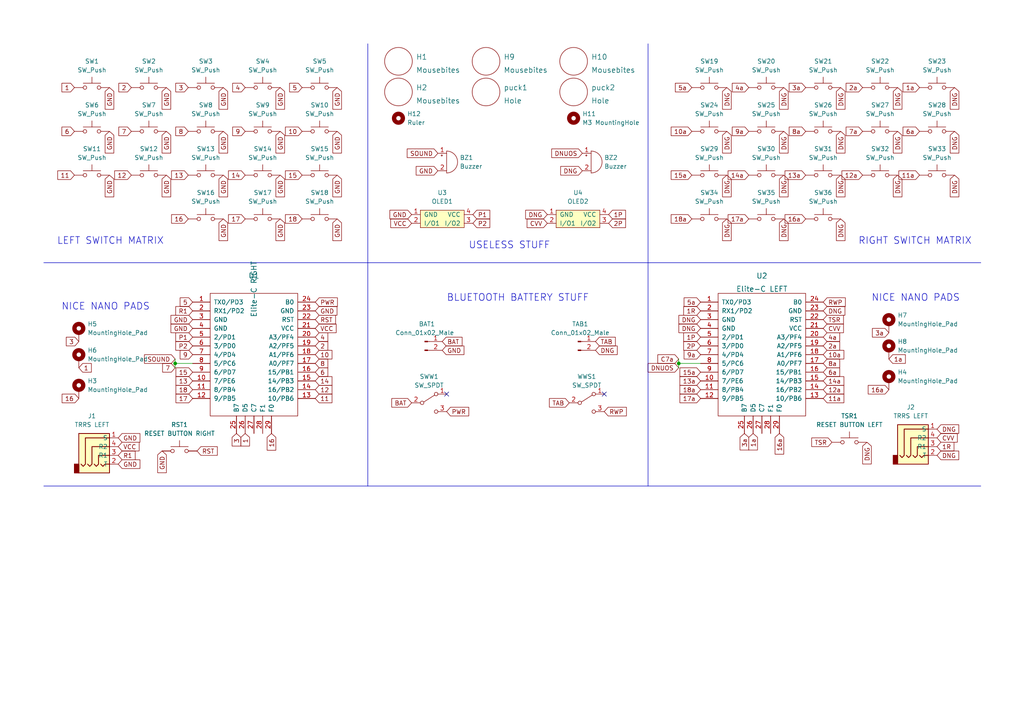
<source format=kicad_sch>
(kicad_sch (version 20230121) (generator eeschema)
  (paper "A4")
  (lib_symbols
    (symbol "AudioJack4_1"
      (property "Reference" "J1" (at -2.54 8.89 0))
      (property "Value" "AudioJack4_1" (at -2.54 6.35 0))
      (symbol "AudioJack4_1_0_1"
        (rectangle (start -6.35 -5.08) (end -7.62 -7.62) (stroke (width 0.254)) (fill (type outline)))
        (polyline (pts (xy 0 -5.08) (xy 0.635 -5.715) (xy 1.27 -5.08) (xy 2.54 -5.08)) (stroke (width 0.254)))
        (polyline (pts (xy -5.715 -5.08) (xy -5.08 -5.715) (xy -4.445 -5.08) (xy -4.445 2.54) (xy 2.54 2.54)) (stroke (width 0.254)))
        (polyline (pts (xy -1.905 -5.08) (xy -1.27 -5.715) (xy -0.635 -5.08) (xy -0.635 -2.54) (xy 2.54 -2.54)) (stroke (width 0.254)))
        (polyline (pts (xy 2.54 0) (xy -2.54 0) (xy -2.54 -5.08) (xy -3.175 -5.715) (xy -3.81 -5.08)) (stroke (width 0.254)))
        (rectangle (start 2.54 3.81) (end -6.35 -7.62) (stroke (width 0.254)) (fill (type background)))
      )
      (symbol "AudioJack4_1_1_1"
        (pin passive line (at 5.08 2.54 180) (length 2.54) (name "S") (number "1"))
        (pin passive line (at 5.08 -5.08 180) (length 2.54) (name "T") (number "2"))
        (pin passive line (at 5.08 -2.54 180) (length 2.54) (name "R1") (number "3"))
        (pin passive line (at 5.08 0 180) (length 2.54) (name "R2") (number "4"))
      )
    )
    (symbol "Connector:Conn_01x02_Male" (pin_names (offset 1.016) hide)
      (property "Reference" "J" (at 0 2.54 0))
      (property "Value" "Conn_01x02_Male" (at 0 -5.08 0))
      (symbol "Conn_01x02_Male_1_1"
        (polyline (pts (xy 1.27 -2.54) (xy 0.8636 -2.54)) (stroke (width 0.1524)))
        (polyline (pts (xy 1.27 0) (xy 0.8636 0)) (stroke (width 0.1524)))
        (rectangle (start 0.8636 -2.413) (end 0 -2.667) (stroke (width 0.1524)) (fill (type outline)))
        (rectangle (start 0.8636 0.127) (end 0 -0.127) (stroke (width 0.1524)) (fill (type outline)))
        (pin passive line (at 5.08 0 180) (length 3.81) (name "Pin_1") (number "1"))
        (pin passive line (at 5.08 -2.54 180) (length 3.81) (name "Pin_2") (number "2"))
      )
    )
    (symbol "Device:Buzzer" (pin_names (offset 0.0254) hide)
      (property "Reference" "BZ" (at 3.81 1.27 0))
      (property "Value" "Buzzer" (at 3.81 -1.27 0))
      (symbol "Buzzer_0_1"
        (arc (start 0 -3.175) (mid 3.1612 0) (end 0 3.175))
        (polyline (pts (xy -1.651 1.905) (xy -1.143 1.905)))
        (polyline (pts (xy -1.397 2.159) (xy -1.397 1.651)))
        (polyline (pts (xy 0 3.175) (xy 0 -3.175)))
      )
      (symbol "Buzzer_1_1"
        (pin passive line (at -2.54 2.54 0) (length 2.54) (name "-") (number "1"))
        (pin passive line (at -2.54 -2.54 0) (length 2.54) (name "+") (number "2"))
      )
    )
    (symbol "Keebio-Parts.pretty-master:Elite-C" (pin_names (offset 1.016))
      (property "Reference" "U" (at 0 0 0))
      (property "Value" "Elite-C" (at 0 2.54 0))
      (symbol "Elite-C_0_1"
        (rectangle (start 12.7 -19.05) (end -12.7 16.51))
      )
      (symbol "Elite-C_1_1"
        (pin input line (at -17.78 13.97 0) (length 5.08) (name "TX0/PD3") (number "1"))
        (pin input line (at -17.78 -8.89 0) (length 5.08) (name "7/PE6") (number "10"))
        (pin input line (at -17.78 -11.43 0) (length 5.08) (name "8/PB4") (number "11"))
        (pin input line (at -17.78 -13.97 0) (length 5.08) (name "9/PB5") (number "12"))
        (pin input line (at 17.78 -13.97 180) (length 5.08) (name "10/PB6") (number "13"))
        (pin input line (at 17.78 -11.43 180) (length 5.08) (name "16/PB2") (number "14"))
        (pin input line (at 17.78 -8.89 180) (length 5.08) (name "14/PB3") (number "15"))
        (pin input line (at 17.78 -6.35 180) (length 5.08) (name "15/PB1") (number "16"))
        (pin input line (at 17.78 -3.81 180) (length 5.08) (name "A0/PF7") (number "17"))
        (pin input line (at 17.78 -1.27 180) (length 5.08) (name "A1/PF6") (number "18"))
        (pin input line (at 17.78 1.27 180) (length 5.08) (name "A2/PF5") (number "19"))
        (pin input line (at -17.78 11.43 0) (length 5.08) (name "RX1/PD2") (number "2"))
        (pin input line (at 17.78 3.81 180) (length 5.08) (name "A3/PF4") (number "20"))
        (pin input line (at 17.78 6.35 180) (length 5.08) (name "VCC") (number "21"))
        (pin input line (at 17.78 8.89 180) (length 5.08) (name "RST") (number "22"))
        (pin input line (at 17.78 11.43 180) (length 5.08) (name "GND") (number "23"))
        (pin input line (at 17.78 13.97 180) (length 5.08) (name "B0") (number "24"))
        (pin input line (at -5.08 -24.13 90) (length 5.08) (name "B7") (number "25"))
        (pin input line (at -2.54 -24.13 90) (length 5.08) (name "D5") (number "26"))
        (pin input line (at 0 -24.13 90) (length 5.08) (name "C7") (number "27"))
        (pin input line (at 2.54 -24.13 90) (length 5.08) (name "F1") (number "28"))
        (pin input line (at 5.08 -24.13 90) (length 5.08) (name "F0") (number "29"))
        (pin input line (at -17.78 8.89 0) (length 5.08) (name "GND") (number "3"))
        (pin input line (at -17.78 6.35 0) (length 5.08) (name "GND") (number "4"))
        (pin input line (at -17.78 3.81 0) (length 5.08) (name "2/PD1") (number "5"))
        (pin input line (at -17.78 1.27 0) (length 5.08) (name "3/PD0") (number "6"))
        (pin input line (at -17.78 -1.27 0) (length 5.08) (name "4/PD4") (number "7"))
        (pin input line (at -17.78 -3.81 0) (length 5.08) (name "5/PC6") (number "8"))
        (pin input line (at -17.78 -6.35 0) (length 5.08) (name "6/PD7") (number "9"))
      )
    )
    (symbol "Keebio-Parts.pretty-master:Hole" (pin_names (offset 1.016))
      (property "Reference" "H" (at 0 -1.27 0))
      (property "Value" "Hole" (at 0 1.27 0))
      (symbol "Hole_0_1"
        (circle (center 0 0) (radius 4.0132))
      )
    )
    (symbol "Keebio-Parts.pretty-master:PRTR5V0U2X" (pin_names (offset 1.016))
      (property "Reference" "U" (at 0 7.62 0))
      (property "Value" "PRTR5V0U2X" (at 0 5.08 0))
      (symbol "PRTR5V0U2X_0_1"
        (rectangle (start -6.35 2.54) (end 6.35 -2.54) (fill (type background)))
      )
      (symbol "PRTR5V0U2X_1_1"
        (pin input line (at -8.89 1.27 0) (length 2.54) (name "GND") (number "1"))
        (pin input line (at -8.89 -1.27 0) (length 2.54) (name "I/O1") (number "2"))
        (pin input line (at 8.89 -1.27 180) (length 2.54) (name "I/O2") (number "3"))
        (pin input line (at 8.89 1.27 180) (length 2.54) (name "VCC") (number "4"))
      )
    )
    (symbol "Mechanical:MountingHole" (pin_names (offset 1.016))
      (property "Reference" "H" (at 0 5.08 0))
      (property "Value" "MountingHole" (at 0 3.175 0))
      (symbol "MountingHole_0_1"
        (circle (center 0 0) (radius 1.27) (stroke (width 1.27)))
      )
    )
    (symbol "Mechanical:MountingHole_Pad" (pin_numbers hide) (pin_names (offset 1.016) hide)
      (property "Reference" "H" (at 0 6.35 0))
      (property "Value" "MountingHole_Pad" (at 0 4.445 0))
      (symbol "MountingHole_Pad_0_1"
        (circle (center 0 1.27) (radius 1.27) (stroke (width 1.27)))
      )
      (symbol "MountingHole_Pad_1_1"
        (pin input line (at 0 -2.54 90) (length 2.54) (name "1") (number "1"))
      )
    )
    (symbol "Switch:SW_Push" (pin_numbers hide) (pin_names (offset 1.016) hide)
      (property "Reference" "SW" (at 1.27 2.54 0))
      (property "Value" "SW_Push" (at 0 -1.524 0))
      (symbol "SW_Push_0_1"
        (circle (center -2.032 0) (radius 0.508))
        (polyline (pts (xy 0 1.27) (xy 0 3.048)))
        (polyline (pts (xy 2.54 1.27) (xy -2.54 1.27)))
        (circle (center 2.032 0) (radius 0.508))
        (pin passive line (at -5.08 0 0) (length 2.54) (name "1") (number "1"))
        (pin passive line (at 5.08 0 180) (length 2.54) (name "2") (number "2"))
      )
    )
    (symbol "Switch:SW_SPDT" (pin_names (offset 0) hide)
      (property "Reference" "SW" (at 0 4.318 0))
      (property "Value" "SW_SPDT" (at 0 -5.08 0))
      (symbol "SW_SPDT_0_0"
        (circle (center -2.032 0) (radius 0.508))
        (circle (center 2.032 -2.54) (radius 0.508))
      )
      (symbol "SW_SPDT_0_1"
        (polyline (pts (xy -1.524 0.254) (xy 1.651 2.286)))
        (circle (center 2.032 2.54) (radius 0.508))
      )
      (symbol "SW_SPDT_1_1"
        (pin passive line (at 5.08 2.54 180) (length 2.54) (name "A") (number "1"))
        (pin passive line (at -5.08 0 0) (length 2.54) (name "B") (number "2"))
        (pin passive line (at 5.08 -2.54 180) (length 2.54) (name "C") (number "3"))
      )
    )
  )
  (junction (at 196.85 105.41))
  (junction (at 50.8 105.41))
  (no_connect (at 129.54 114.3))
  (no_connect (at 175.26 114.3))
  (polyline (pts (xy 12.7 140.97) (xy 284.48 140.97)))
  (wire (pts (xy 50.8 105.41) (xy 50.8 106.68)))
  (polyline (pts (xy 106.68 76.2) (xy 187.96 76.2)))
  (wire (pts (xy 50.8 105.41) (xy 55.88 105.41)))
  (polyline (pts (xy 187.96 76.2) (xy 187.96 140.97)))
  (polyline (pts (xy 106.68 12.7) (xy 106.68 76.2)))
  (wire (pts (xy 196.85 104.14) (xy 196.85 105.41)))
  (wire (pts (xy 50.8 104.14) (xy 50.8 105.41)))
  (polyline (pts (xy 12.7 76.2) (xy 106.68 76.2)))
  (polyline (pts (xy 284.48 76.2) (xy 187.96 76.2)))
  (wire (pts (xy 196.85 105.41) (xy 196.85 106.68)))
  (wire (pts (xy 196.85 105.41) (xy 203.2 105.41)))
  (polyline (pts (xy 106.68 76.2) (xy 106.68 140.97)))
  (polyline (pts (xy 187.96 12.7) (xy 187.96 76.2)))
  (text "RIGHT SWITCH MATRIX" (at 248.92 71.12 0) (effects (font (size 2 2)) (justify left bottom)))
  (text "NICE NANO PADS" (at 252.73 87.63 0) (effects (font (size 2 2)) (justify left bottom)))
  (text "USELESS STUFF" (at 135.89 72.39 0) (effects (font (size 2 2)) (justify left bottom)))
  (text "LEFT SWITCH MATRIX" (at 16.51 71.12 0) (effects (font (size 2 2)) (justify left bottom)))
  (text "BLUETOOTH BATTERY STUFF" (at 129.54 87.63 0) (effects (font (size 2 2)) (justify left bottom)))
  (text "NICE NANO PADS" (at 17.78 90.17 0) (effects (font (size 2 2)) (justify left bottom)))
  (global_label "10" (shape input) (at 87.63 38.1 180) (property "Intersheetrefs" "${INTERSHEET_REFS}" (effects hide)))
  (global_label "3a" (shape input) (at 257.81 96.52 180) (property "Intersheetrefs" "${INTERSHEET_REFS}" (effects hide)))
  (global_label "DNG" (shape input) (at 227.33 63.5 270) (property "Intersheetrefs" "${INTERSHEET_REFS}" (effects hide)))
  (global_label "GND" (shape input) (at 34.29 134.62 0) (property "Intersheetrefs" "${INTERSHEET_REFS}" (effects hide)))
  (global_label "17a" (shape input) (at 217.17 63.5 180) (property "Intersheetrefs" "${INTERSHEET_REFS}" (effects hide)))
  (global_label "DNG" (shape input) (at 227.33 38.1 270) (property "Intersheetrefs" "${INTERSHEET_REFS}" (effects hide)))
  (global_label "11a" (shape input) (at 238.76 115.57 0) (property "Intersheetrefs" "${INTERSHEET_REFS}" (effects hide)))
  (global_label "GND" (shape input) (at 55.88 95.25 180) (property "Intersheetrefs" "${INTERSHEET_REFS}" (effects hide)))
  (global_label "10a" (shape input) (at 238.76 102.87 0) (property "Intersheetrefs" "${INTERSHEET_REFS}" (effects hide)))
  (global_label "GND" (shape input) (at 31.75 38.1 270) (property "Intersheetrefs" "${INTERSHEET_REFS}" (effects hide)))
  (global_label "RST" (shape input) (at 57.15 130.81 0) (property "Intersheetrefs" "${INTERSHEET_REFS}" (effects hide)))
  (global_label "DNG" (shape input) (at 238.76 90.17 0) (property "Intersheetrefs" "${INTERSHEET_REFS}" (effects hide)))
  (global_label "17a" (shape input) (at 203.2 115.57 180) (property "Intersheetrefs" "${INTERSHEET_REFS}" (effects hide)))
  (global_label "DNG" (shape input) (at 203.2 92.71 180) (property "Intersheetrefs" "${INTERSHEET_REFS}" (effects hide)))
  (global_label "15" (shape input) (at 87.63 50.8 180) (property "Intersheetrefs" "${INTERSHEET_REFS}" (effects hide)))
  (global_label "16a" (shape input) (at 257.81 113.03 180) (property "Intersheetrefs" "${INTERSHEET_REFS}" (effects hide)))
  (global_label "DNG" (shape input) (at 260.35 50.8 270) (property "Intersheetrefs" "${INTERSHEET_REFS}" (effects hide)))
  (global_label "4" (shape input) (at 91.44 97.79 0) (property "Intersheetrefs" "${INTERSHEET_REFS}" (effects hide)))
  (global_label "14a" (shape input) (at 238.76 110.49 0) (property "Intersheetrefs" "${INTERSHEET_REFS}" (effects hide)))
  (global_label "11a" (shape input) (at 266.7 50.8 180) (property "Intersheetrefs" "${INTERSHEET_REFS}" (effects hide)))
  (global_label "8" (shape input) (at 54.61 38.1 180) (property "Intersheetrefs" "${INTERSHEET_REFS}" (effects hide)))
  (global_label "GND" (shape input) (at 48.26 25.4 270) (property "Intersheetrefs" "${INTERSHEET_REFS}" (effects hide)))
  (global_label "GND" (shape input) (at 31.75 25.4 270) (property "Intersheetrefs" "${INTERSHEET_REFS}" (effects hide)))
  (global_label "TAB" (shape input) (at 172.72 99.06 0) (property "Intersheetrefs" "${INTERSHEET_REFS}" (effects hide)))
  (global_label "18" (shape input) (at 55.88 113.03 180) (property "Intersheetrefs" "${INTERSHEET_REFS}" (effects hide)))
  (global_label "DNG" (shape input) (at 243.84 63.5 270) (property "Intersheetrefs" "${INTERSHEET_REFS}" (effects hide)))
  (global_label "18a" (shape input) (at 200.66 63.5 180) (property "Intersheetrefs" "${INTERSHEET_REFS}" (effects hide)))
  (global_label "16" (shape input) (at 54.61 63.5 180) (property "Intersheetrefs" "${INTERSHEET_REFS}" (effects hide)))
  (global_label "14a" (shape input) (at 217.17 50.8 180) (property "Intersheetrefs" "${INTERSHEET_REFS}" (effects hide)))
  (global_label "13a" (shape input) (at 233.68 50.8 180) (property "Intersheetrefs" "${INTERSHEET_REFS}" (effects hide)))
  (global_label "11" (shape input) (at 21.59 50.8 180) (property "Intersheetrefs" "${INTERSHEET_REFS}" (effects hide)))
  (global_label "RWP" (shape input) (at 238.76 87.63 0) (property "Intersheetrefs" "${INTERSHEET_REFS}" (effects hide)))
  (global_label "7a" (shape input) (at 250.19 38.1 180) (property "Intersheetrefs" "${INTERSHEET_REFS}" (effects hide)))
  (global_label "TSR" (shape input) (at 241.3 128.27 180) (property "Intersheetrefs" "${INTERSHEET_REFS}" (effects hide)))
  (global_label "8a" (shape input) (at 238.76 105.41 0) (property "Intersheetrefs" "${INTERSHEET_REFS}" (effects hide)))
  (global_label "GND" (shape input) (at 48.26 50.8 270) (property "Intersheetrefs" "${INTERSHEET_REFS}" (effects hide)))
  (global_label "DNG" (shape input) (at 168.91 49.53 180) (property "Intersheetrefs" "${INTERSHEET_REFS}" (effects hide)))
  (global_label "DNG" (shape input) (at 172.72 101.6 0) (property "Intersheetrefs" "${INTERSHEET_REFS}" (effects hide)))
  (global_label "2a" (shape input) (at 238.76 100.33 0) (property "Intersheetrefs" "${INTERSHEET_REFS}" (effects hide)))
  (global_label "9a" (shape input) (at 217.17 38.1 180) (property "Intersheetrefs" "${INTERSHEET_REFS}" (effects hide)))
  (global_label "9" (shape input) (at 55.88 102.87 180) (property "Intersheetrefs" "${INTERSHEET_REFS}" (effects hide)))
  (global_label "15a" (shape input) (at 203.2 107.95 180) (property "Intersheetrefs" "${INTERSHEET_REFS}" (effects hide)))
  (global_label "9" (shape input) (at 71.12 38.1 180) (property "Intersheetrefs" "${INTERSHEET_REFS}" (effects hide)))
  (global_label "GND" (shape input) (at 81.28 25.4 270) (property "Intersheetrefs" "${INTERSHEET_REFS}" (effects hide)))
  (global_label "4a" (shape input) (at 217.17 25.4 180) (property "Intersheetrefs" "${INTERSHEET_REFS}" (effects hide)))
  (global_label "DNG" (shape input) (at 271.78 132.08 0) (property "Intersheetrefs" "${INTERSHEET_REFS}" (effects hide)))
  (global_label "13" (shape input) (at 55.88 110.49 180) (property "Intersheetrefs" "${INTERSHEET_REFS}" (effects hide)))
  (global_label "11" (shape input) (at 91.44 115.57 0) (property "Intersheetrefs" "${INTERSHEET_REFS}" (effects hide)))
  (global_label "DNG" (shape input) (at 271.78 124.46 0) (property "Intersheetrefs" "${INTERSHEET_REFS}" (effects hide)))
  (global_label "DNUOS" (shape input) (at 168.91 44.45 180) (property "Intersheetrefs" "${INTERSHEET_REFS}" (effects hide)))
  (global_label "P1" (shape input) (at 137.16 62.23 0) (property "Intersheetrefs" "${INTERSHEET_REFS}" (effects hide)))
  (global_label "R1" (shape input) (at 34.29 132.08 0) (property "Intersheetrefs" "${INTERSHEET_REFS}" (effects hide)))
  (global_label "SOUND" (shape input) (at 127 44.45 180) (property "Intersheetrefs" "${INTERSHEET_REFS}" (effects hide)))
  (global_label "3" (shape input) (at 22.86 99.06 180) (property "Intersheetrefs" "${INTERSHEET_REFS}" (effects hide)))
  (global_label "2a" (shape input) (at 250.19 25.4 180) (property "Intersheetrefs" "${INTERSHEET_REFS}" (effects hide)))
  (global_label "3a" (shape input) (at 215.9 125.73 270) (property "Intersheetrefs" "${INTERSHEET_REFS}" (effects hide)))
  (global_label "16a" (shape input) (at 233.68 63.5 180) (property "Intersheetrefs" "${INTERSHEET_REFS}" (effects hide)))
  (global_label "DNG" (shape input) (at 260.35 25.4 270) (property "Intersheetrefs" "${INTERSHEET_REFS}" (effects hide)))
  (global_label "R1" (shape input) (at 55.88 90.17 180) (property "Intersheetrefs" "${INTERSHEET_REFS}" (effects hide)))
  (global_label "GND" (shape input) (at 31.75 50.8 270) (property "Intersheetrefs" "${INTERSHEET_REFS}" (effects hide)))
  (global_label "DNG" (shape input) (at 227.33 25.4 270) (property "Intersheetrefs" "${INTERSHEET_REFS}" (effects hide)))
  (global_label "5a" (shape input) (at 203.2 87.63 180) (property "Intersheetrefs" "${INTERSHEET_REFS}" (effects hide)))
  (global_label "DNUOS" (shape input) (at 196.85 106.68 180) (property "Intersheetrefs" "${INTERSHEET_REFS}" (effects hide)))
  (global_label "DNG" (shape input) (at 243.84 25.4 270) (property "Intersheetrefs" "${INTERSHEET_REFS}" (effects hide)))
  (global_label "7" (shape input) (at 38.1 38.1 180) (property "Intersheetrefs" "${INTERSHEET_REFS}" (effects hide)))
  (global_label "VCC" (shape input) (at 91.44 95.25 0) (property "Intersheetrefs" "${INTERSHEET_REFS}" (effects hide)))
  (global_label "DNG" (shape input) (at 210.82 50.8 270) (property "Intersheetrefs" "${INTERSHEET_REFS}" (effects hide)))
  (global_label "GND" (shape input) (at 97.79 38.1 270) (property "Intersheetrefs" "${INTERSHEET_REFS}" (effects hide)))
  (global_label "15" (shape input) (at 55.88 107.95 180) (property "Intersheetrefs" "${INTERSHEET_REFS}" (effects hide)))
  (global_label "TSR" (shape input) (at 238.76 92.71 0) (property "Intersheetrefs" "${INTERSHEET_REFS}" (effects hide)))
  (global_label "GND" (shape input) (at 119.38 62.23 180) (property "Intersheetrefs" "${INTERSHEET_REFS}" (effects hide)))
  (global_label "2P" (shape input) (at 176.53 64.77 0) (property "Intersheetrefs" "${INTERSHEET_REFS}" (effects hide)))
  (global_label "5a" (shape input) (at 200.66 25.4 180) (property "Intersheetrefs" "${INTERSHEET_REFS}" (effects hide)))
  (global_label "3" (shape input) (at 54.61 25.4 180) (property "Intersheetrefs" "${INTERSHEET_REFS}" (effects hide)))
  (global_label "9a" (shape input) (at 203.2 102.87 180) (property "Intersheetrefs" "${INTERSHEET_REFS}" (effects hide)))
  (global_label "17" (shape input) (at 71.12 63.5 180) (property "Intersheetrefs" "${INTERSHEET_REFS}" (effects hide)))
  (global_label "BAT" (shape input) (at 119.38 116.84 180) (property "Intersheetrefs" "${INTERSHEET_REFS}" (effects hide)))
  (global_label "3" (shape input) (at 68.58 125.73 270) (property "Intersheetrefs" "${INTERSHEET_REFS}" (effects hide)))
  (global_label "1P" (shape input) (at 203.2 97.79 180) (property "Intersheetrefs" "${INTERSHEET_REFS}" (effects hide)))
  (global_label "1a" (shape input) (at 218.44 125.73 270) (property "Intersheetrefs" "${INTERSHEET_REFS}" (effects hide)))
  (global_label "DNG" (shape input) (at 210.82 25.4 270) (property "Intersheetrefs" "${INTERSHEET_REFS}" (effects hide)))
  (global_label "4a" (shape input) (at 238.76 97.79 0) (property "Intersheetrefs" "${INTERSHEET_REFS}" (effects hide)))
  (global_label "DNG" (shape input) (at 203.2 95.25 180) (property "Intersheetrefs" "${INTERSHEET_REFS}" (effects hide)))
  (global_label "RST" (shape input) (at 91.44 92.71 0) (property "Intersheetrefs" "${INTERSHEET_REFS}" (effects hide)))
  (global_label "18" (shape input) (at 87.63 63.5 180) (property "Intersheetrefs" "${INTERSHEET_REFS}" (effects hide)))
  (global_label "GND" (shape input) (at 97.79 63.5 270) (property "Intersheetrefs" "${INTERSHEET_REFS}" (effects hide)))
  (global_label "16" (shape input) (at 78.74 125.73 270) (property "Intersheetrefs" "${INTERSHEET_REFS}" (effects hide)))
  (global_label "GND" (shape input) (at 48.26 38.1 270) (property "Intersheetrefs" "${INTERSHEET_REFS}" (effects hide)))
  (global_label "TAB" (shape input) (at 165.1 116.84 180) (property "Intersheetrefs" "${INTERSHEET_REFS}" (effects hide)))
  (global_label "1R" (shape input) (at 271.78 129.54 0) (property "Intersheetrefs" "${INTERSHEET_REFS}" (effects hide)))
  (global_label "PWR" (shape input) (at 129.54 119.38 0) (property "Intersheetrefs" "${INTERSHEET_REFS}" (effects hide)))
  (global_label "2" (shape input) (at 91.44 100.33 0) (property "Intersheetrefs" "${INTERSHEET_REFS}" (effects hide)))
  (global_label "BAT" (shape input) (at 128.27 99.06 0) (property "Intersheetrefs" "${INTERSHEET_REFS}" (effects hide)))
  (global_label "DNG" (shape input) (at 158.75 62.23 180) (property "Intersheetrefs" "${INTERSHEET_REFS}" (effects hide)))
  (global_label "GND" (shape input) (at 97.79 25.4 270) (property "Intersheetrefs" "${INTERSHEET_REFS}" (effects hide)))
  (global_label "1P" (shape input) (at 176.53 62.23 0) (property "Intersheetrefs" "${INTERSHEET_REFS}" (effects hide)))
  (global_label "GND" (shape input) (at 55.88 92.71 180) (property "Intersheetrefs" "${INTERSHEET_REFS}" (effects hide)))
  (global_label "DNG" (shape input) (at 227.33 50.8 270) (property "Intersheetrefs" "${INTERSHEET_REFS}" (effects hide)))
  (global_label "DNG" (shape input) (at 251.46 128.27 270) (property "Intersheetrefs" "${INTERSHEET_REFS}" (effects hide)))
  (global_label "6a" (shape input) (at 266.7 38.1 180) (property "Intersheetrefs" "${INTERSHEET_REFS}" (effects hide)))
  (global_label "14" (shape input) (at 71.12 50.8 180) (property "Intersheetrefs" "${INTERSHEET_REFS}" (effects hide)))
  (global_label "8a" (shape input) (at 233.68 38.1 180) (property "Intersheetrefs" "${INTERSHEET_REFS}" (effects hide)))
  (global_label "10a" (shape input) (at 200.66 38.1 180) (property "Intersheetrefs" "${INTERSHEET_REFS}" (effects hide)))
  (global_label "VCC" (shape input) (at 119.38 64.77 180) (property "Intersheetrefs" "${INTERSHEET_REFS}" (effects hide)))
  (global_label "GND" (shape input) (at 128.27 101.6 0) (property "Intersheetrefs" "${INTERSHEET_REFS}" (effects hide)))
  (global_label "6" (shape input) (at 21.59 38.1 180) (property "Intersheetrefs" "${INTERSHEET_REFS}" (effects hide)))
  (global_label "5" (shape input) (at 55.88 87.63 180) (property "Intersheetrefs" "${INTERSHEET_REFS}" (effects hide)))
  (global_label "GND" (shape input) (at 64.77 25.4 270) (property "Intersheetrefs" "${INTERSHEET_REFS}" (effects hide)))
  (global_label "SOUND" (shape input) (at 50.8 104.14 180) (property "Intersheetrefs" "${INTERSHEET_REFS}" (effects hide)))
  (global_label "DNG" (shape input) (at 260.35 38.1 270) (property "Intersheetrefs" "${INTERSHEET_REFS}" (effects hide)))
  (global_label "13" (shape input) (at 54.61 50.8 180) (property "Intersheetrefs" "${INTERSHEET_REFS}" (effects hide)))
  (global_label "12" (shape input) (at 91.44 113.03 0) (property "Intersheetrefs" "${INTERSHEET_REFS}" (effects hide)))
  (global_label "2" (shape input) (at 38.1 25.4 180) (property "Intersheetrefs" "${INTERSHEET_REFS}" (effects hide)))
  (global_label "12" (shape input) (at 38.1 50.8 180) (property "Intersheetrefs" "${INTERSHEET_REFS}" (effects hide)))
  (global_label "16" (shape input) (at 22.86 115.57 180) (property "Intersheetrefs" "${INTERSHEET_REFS}" (effects hide)))
  (global_label "GND" (shape input) (at 64.77 63.5 270) (property "Intersheetrefs" "${INTERSHEET_REFS}" (effects hide)))
  (global_label "C7a" (shape input) (at 196.85 104.14 180) (property "Intersheetrefs" "${INTERSHEET_REFS}" (effects hide)))
  (global_label "10" (shape input) (at 91.44 102.87 0) (property "Intersheetrefs" "${INTERSHEET_REFS}" (effects hide)))
  (global_label "7" (shape input) (at 50.8 106.68 180) (property "Intersheetrefs" "${INTERSHEET_REFS}" (effects hide)))
  (global_label "15a" (shape input) (at 200.66 50.8 180) (property "Intersheetrefs" "${INTERSHEET_REFS}" (effects hide)))
  (global_label "17" (shape input) (at 55.88 115.57 180) (property "Intersheetrefs" "${INTERSHEET_REFS}" (effects hide)))
  (global_label "4" (shape input) (at 71.12 25.4 180) (property "Intersheetrefs" "${INTERSHEET_REFS}" (effects hide)))
  (global_label "RWP" (shape input) (at 175.26 119.38 0) (property "Intersheetrefs" "${INTERSHEET_REFS}" (effects hide)))
  (global_label "CVV" (shape input) (at 271.78 127 0) (property "Intersheetrefs" "${INTERSHEET_REFS}" (effects hide)))
  (global_label "6a" (shape input) (at 238.76 107.95 0) (property "Intersheetrefs" "${INTERSHEET_REFS}" (effects hide)))
  (global_label "12a" (shape input) (at 238.76 113.03 0) (property "Intersheetrefs" "${INTERSHEET_REFS}" (effects hide)))
  (global_label "DNG" (shape input) (at 210.82 38.1 270) (property "Intersheetrefs" "${INTERSHEET_REFS}" (effects hide)))
  (global_label "DNG" (shape input) (at 243.84 38.1 270) (property "Intersheetrefs" "${INTERSHEET_REFS}" (effects hide)))
  (global_label "GND" (shape input) (at 64.77 50.8 270) (property "Intersheetrefs" "${INTERSHEET_REFS}" (effects hide)))
  (global_label "3a" (shape input) (at 233.68 25.4 180) (property "Intersheetrefs" "${INTERSHEET_REFS}" (effects hide)))
  (global_label "1" (shape input) (at 22.86 106.68 0) (property "Intersheetrefs" "${INTERSHEET_REFS}" (effects hide)))
  (global_label "GND" (shape input) (at 127 49.53 180) (property "Intersheetrefs" "${INTERSHEET_REFS}" (effects hide)))
  (global_label "DNG" (shape input) (at 276.86 50.8 270) (property "Intersheetrefs" "${INTERSHEET_REFS}" (effects hide)))
  (global_label "DNG" (shape input) (at 243.84 50.8 270) (property "Intersheetrefs" "${INTERSHEET_REFS}" (effects hide)))
  (global_label "GND" (shape input) (at 81.28 38.1 270) (property "Intersheetrefs" "${INTERSHEET_REFS}" (effects hide)))
  (global_label "1" (shape input) (at 21.59 25.4 180) (property "Intersheetrefs" "${INTERSHEET_REFS}" (effects hide)))
  (global_label "16a" (shape input) (at 226.06 125.73 270) (property "Intersheetrefs" "${INTERSHEET_REFS}" (effects hide)))
  (global_label "DNG" (shape input) (at 276.86 38.1 270) (property "Intersheetrefs" "${INTERSHEET_REFS}" (effects hide)))
  (global_label "12a" (shape input) (at 250.19 50.8 180) (property "Intersheetrefs" "${INTERSHEET_REFS}" (effects hide)))
  (global_label "5" (shape input) (at 87.63 25.4 180) (property "Intersheetrefs" "${INTERSHEET_REFS}" (effects hide)))
  (global_label "GND" (shape input) (at 46.99 130.81 270) (property "Intersheetrefs" "${INTERSHEET_REFS}" (effects hide)))
  (global_label "P2" (shape input) (at 55.88 100.33 180) (property "Intersheetrefs" "${INTERSHEET_REFS}" (effects hide)))
  (global_label "GND" (shape input) (at 97.79 50.8 270) (property "Intersheetrefs" "${INTERSHEET_REFS}" (effects hide)))
  (global_label "CVV" (shape input) (at 238.76 95.25 0) (property "Intersheetrefs" "${INTERSHEET_REFS}" (effects hide)))
  (global_label "8" (shape input) (at 91.44 105.41 0) (property "Intersheetrefs" "${INTERSHEET_REFS}" (effects hide)))
  (global_label "GND" (shape input) (at 81.28 50.8 270) (property "Intersheetrefs" "${INTERSHEET_REFS}" (effects hide)))
  (global_label "2P" (shape input) (at 203.2 100.33 180) (property "Intersheetrefs" "${INTERSHEET_REFS}" (effects hide)))
  (global_label "P2" (shape input) (at 137.16 64.77 0) (property "Intersheetrefs" "${INTERSHEET_REFS}" (effects hide)))
  (global_label "GND" (shape input) (at 81.28 63.5 270) (property "Intersheetrefs" "${INTERSHEET_REFS}" (effects hide)))
  (global_label "CVV" (shape input) (at 158.75 64.77 180) (property "Intersheetrefs" "${INTERSHEET_REFS}" (effects hide)))
  (global_label "DNG" (shape input) (at 210.82 63.5 270) (property "Intersheetrefs" "${INTERSHEET_REFS}" (effects hide)))
  (global_label "DNG" (shape input) (at 276.86 25.4 270) (property "Intersheetrefs" "${INTERSHEET_REFS}" (effects hide)))
  (global_label "13a" (shape input) (at 203.2 110.49 180) (property "Intersheetrefs" "${INTERSHEET_REFS}" (effects hide)))
  (global_label "GND" (shape input) (at 64.77 38.1 270) (property "Intersheetrefs" "${INTERSHEET_REFS}" (effects hide)))
  (global_label "P1" (shape input) (at 55.88 97.79 180) (property "Intersheetrefs" "${INTERSHEET_REFS}" (effects hide)))
  (global_label "1" (shape input) (at 71.12 125.73 270) (property "Intersheetrefs" "${INTERSHEET_REFS}" (effects hide)))
  (global_label "1a" (shape input) (at 266.7 25.4 180) (property "Intersheetrefs" "${INTERSHEET_REFS}" (effects hide)))
  (global_label "1a" (shape input) (at 257.81 104.14 0) (property "Intersheetrefs" "${INTERSHEET_REFS}" (effects hide)))
  (global_label "18a" (shape input) (at 203.2 113.03 180) (property "Intersheetrefs" "${INTERSHEET_REFS}" (effects hide)))
  (global_label "GND" (shape input) (at 34.29 127 0) (property "Intersheetrefs" "${INTERSHEET_REFS}" (effects hide)))
  (global_label "14" (shape input) (at 91.44 110.49 0) (property "Intersheetrefs" "${INTERSHEET_REFS}" (effects hide)))
  (global_label "VCC" (shape input) (at 34.29 129.54 0) (property "Intersheetrefs" "${INTERSHEET_REFS}" (effects hide)))
  (global_label "6" (shape input) (at 91.44 107.95 0) (property "Intersheetrefs" "${INTERSHEET_REFS}" (effects hide)))
  (global_label "GND" (shape input) (at 91.44 90.17 0) (property "Intersheetrefs" "${INTERSHEET_REFS}" (effects hide)))
  (global_label "PWR" (shape input) (at 91.44 87.63 0) (property "Intersheetrefs" "${INTERSHEET_REFS}" (effects hide)))
  (global_label "1R" (shape input) (at 203.2 90.17 180) (property "Intersheetrefs" "${INTERSHEET_REFS}" (effects hide)))
  (symbol (lib_id "Keebio-Parts.pretty-master:PRTR5V0U2X") (at 128.27 63.5 0) (unit 1)
    (property "Reference" "U3" (at 128.27 55.88 0))
    (property "Value" "OLED1" (at 128.27 58.42 0))
    (property "Footprint" "Keebio-Parts.pretty-master:I2C_Breakout" (effects hide))
  )
  (symbol (lib_id "Switch:SW_SPDT") (at 124.46 116.84 0) (unit 1)
    (property "Reference" "SWW1" (at 124.46 109.22 0))
    (property "Value" "SW_SPDT" (at 124.46 111.76 0))
    (property "Footprint" "Beibob:SW_SPDT_PCM12" (effects hide))
  )
  (symbol (lib_id "Mechanical:MountingHole_Pad") (at 257.81 101.6 0) (unit 1)
    (property "Reference" "H8" (at 260.35 99.0599 0) (effects (justify left)))
    (property "Value" "MountingHole_Pad" (at 260.35 101.5999 0) (effects (justify left)))
    (property "Footprint" "Keebio-Parts.pretty-master:SinglePad" (effects hide))
  )
  (symbol (lib_id "Keebio-Parts.pretty-master:Hole") (at 166.37 26.67 0) (unit 1)
    (property "Reference" "puck2" (at 171.45 25.4 0) (effects (font (size 1.524 1.524)) (justify left)))
    (property "Value" "Hole" (at 171.45 29.21 0) (effects (font (size 1.524 1.524)) (justify left)))
    (property "Footprint" "Beibob:Tenting_Puck" (effects hide))
  )
  (symbol (lib_id "Switch:SW_Push") (at 59.69 50.8 0) (unit 1)
    (property "Reference" "SW13" (at 59.69 43.18 0))
    (property "Value" "SW_Push" (at 59.69 45.72 0))
    (property "Footprint" "Beibob:Kailh_socket_PG1350_optional" (effects hide))
  )
  (symbol (lib_id "Device:Buzzer") (at 129.54 46.99 0) (unit 1)
    (property "Reference" "BZ1" (at 133.35 45.7199 0) (effects (justify left)))
    (property "Value" "Buzzer" (at 133.35 48.2599 0) (effects (justify left)))
    (property "Footprint" "Buzzer_Beeper:Buzzer_Mallory_AST1109MLTRQ" (effects hide))
  )
  (symbol (lib_id "Switch:SW_Push") (at 246.38 128.27 0) (unit 1)
    (property "Reference" "TSR1" (at 246.38 120.65 0))
    (property "Value" "RESET BUTTON LEFT" (at 246.38 123.19 0))
    (property "Footprint" "Beibob:ResetSW" (effects hide))
  )
  (symbol (lib_id "Switch:SW_Push") (at 238.76 38.1 0) (unit 1)
    (property "Reference" "SW26" (at 238.76 30.48 0))
    (property "Value" "SW_Push" (at 238.76 33.02 0))
    (property "Footprint" "Beibob:Kailh_socket_PG1350_optional" (effects hide))
  )
  (symbol (lib_id "Switch:SW_Push") (at 76.2 25.4 0) (unit 1)
    (property "Reference" "SW4" (at 76.2 17.78 0))
    (property "Value" "SW_Push" (at 76.2 20.32 0))
    (property "Footprint" "Beibob:Kailh_socket_PG1350_optional" (effects hide))
  )
  (symbol (lib_id "Connector:Conn_01x02_Male") (at 123.19 99.06 0) (unit 1)
    (property "Reference" "BAT1" (at 123.825 93.98 0))
    (property "Value" "Conn_01x02_Male" (at 123.19 96.52 0))
    (property "Footprint" "Beibob:BAT" (effects hide))
  )
  (symbol (lib_id "Mechanical:MountingHole_Pad") (at 22.86 113.03 0) (unit 1)
    (property "Reference" "H3" (at 25.4 110.4899 0) (effects (justify left)))
    (property "Value" "MountingHole_Pad" (at 25.4 113.0299 0) (effects (justify left)))
    (property "Footprint" "Keebio-Parts.pretty-master:SinglePad" (effects hide))
  )
  (symbol (lib_id "Switch:SW_Push") (at 76.2 50.8 0) (unit 1)
    (property "Reference" "SW14" (at 76.2 43.18 0))
    (property "Value" "SW_Push" (at 76.2 45.72 0))
    (property "Footprint" "Beibob:Kailh_socket_PG1350_optional" (effects hide))
  )
  (symbol (lib_id "Switch:SW_Push") (at 205.74 38.1 0) (unit 1)
    (property "Reference" "SW24" (at 205.74 30.48 0))
    (property "Value" "SW_Push" (at 205.74 33.02 0))
    (property "Footprint" "Beibob:Kailh_socket_PG1350_optional" (effects hide))
  )
  (symbol (lib_id "Switch:SW_Push") (at 59.69 25.4 0) (unit 1)
    (property "Reference" "SW3" (at 59.69 17.78 0))
    (property "Value" "SW_Push" (at 59.69 20.32 0))
    (property "Footprint" "Beibob:Kailh_socket_PG1350_optional" (effects hide))
  )
  (symbol (lib_id "Keebio-Parts.pretty-master:Hole") (at 115.57 17.78 0) (unit 1)
    (property "Reference" "H1" (at 120.65 16.51 0) (effects (font (size 1.524 1.524)) (justify left)))
    (property "Value" "Mousebites" (at 120.65 20.32 0) (effects (font (size 1.524 1.524)) (justify left)))
    (property "Footprint" "Keebio-Parts.pretty-master:breakaway-mousebites" (effects hide))
  )
  (symbol (lib_id "Switch:SW_Push") (at 76.2 38.1 0) (unit 1)
    (property "Reference" "SW9" (at 76.2 30.48 0))
    (property "Value" "SW_Push" (at 76.2 33.02 0))
    (property "Footprint" "Beibob:Kailh_socket_PG1350_optional" (effects hide))
  )
  (symbol (lib_id "Switch:SW_Push") (at 255.27 25.4 0) (unit 1)
    (property "Reference" "SW22" (at 255.27 17.78 0))
    (property "Value" "SW_Push" (at 255.27 20.32 0))
    (property "Footprint" "Beibob:Kailh_socket_PG1350_optional" (effects hide))
  )
  (symbol (lib_id "Switch:SW_Push") (at 255.27 38.1 0) (unit 1)
    (property "Reference" "SW27" (at 255.27 30.48 0))
    (property "Value" "SW_Push" (at 255.27 33.02 0))
    (property "Footprint" "Beibob:Kailh_socket_PG1350_optional" (effects hide))
  )
  (symbol (lib_id "Switch:SW_Push") (at 92.71 63.5 0) (unit 1)
    (property "Reference" "SW18" (at 92.71 55.88 0))
    (property "Value" "SW_Push" (at 92.71 58.42 0))
    (property "Footprint" "Beibob:Kailh_socket_PG1350_optional" (effects hide))
  )
  (symbol (lib_id "Switch:SW_Push") (at 26.67 38.1 0) (unit 1)
    (property "Reference" "SW6" (at 26.67 30.48 0))
    (property "Value" "SW_Push" (at 26.67 33.02 0))
    (property "Footprint" "Beibob:Kailh_socket_PG1350_optional" (effects hide))
  )
  (symbol (lib_id "Keebio-Parts.pretty-master:Hole") (at 115.57 26.67 0) (unit 1)
    (property "Reference" "H2" (at 120.65 25.4 0) (effects (font (size 1.524 1.524)) (justify left)))
    (property "Value" "Mousebites" (at 120.65 29.21 0) (effects (font (size 1.524 1.524)) (justify left)))
    (property "Footprint" "Keebio-Parts.pretty-master:breakaway-mousebites" (effects hide))
  )
  (symbol (lib_id "Mechanical:MountingHole_Pad") (at 257.81 93.98 0) (unit 1)
    (property "Reference" "H7" (at 260.35 91.4399 0) (effects (justify left)))
    (property "Value" "MountingHole_Pad" (at 260.35 93.9799 0) (effects (justify left)))
    (property "Footprint" "Keebio-Parts.pretty-master:SinglePad" (effects hide))
  )
  (symbol (lib_id "Switch:SW_Push") (at 222.25 63.5 0) (unit 1)
    (property "Reference" "SW35" (at 222.25 55.88 0))
    (property "Value" "SW_Push" (at 222.25 58.42 0))
    (property "Footprint" "Beibob:Kailh_socket_PG1350_optional" (effects hide))
  )
  (symbol (lib_id "Device:Buzzer") (at 171.45 46.99 0) (unit 1)
    (property "Reference" "BZ2" (at 175.26 45.7199 0) (effects (justify left)))
    (property "Value" "Buzzer" (at 175.26 48.2599 0) (effects (justify left)))
    (property "Footprint" "Buzzer_Beeper:Buzzer_Mallory_AST1109MLTRQ" (effects hide))
  )
  (symbol (lib_id "Switch:SW_Push") (at 255.27 50.8 0) (unit 1)
    (property "Reference" "SW32" (at 255.27 43.18 0))
    (property "Value" "SW_Push" (at 255.27 45.72 0))
    (property "Footprint" "Beibob:Kailh_socket_PG1350_optional" (effects hide))
  )
  (symbol (lib_id "Connector:Conn_01x02_Male") (at 167.64 99.06 0) (unit 1)
    (property "Reference" "TAB1" (at 168.275 93.98 0))
    (property "Value" "Conn_01x02_Male" (at 168.275 96.52 0))
    (property "Footprint" "Beibob:BAT" (effects hide))
  )
  (symbol (lib_id "Mechanical:MountingHole_Pad") (at 257.81 110.49 0) (unit 1)
    (property "Reference" "H4" (at 260.35 107.9499 0) (effects (justify left)))
    (property "Value" "MountingHole_Pad" (at 260.35 110.4899 0) (effects (justify left)))
    (property "Footprint" "Keebio-Parts.pretty-master:SinglePad" (effects hide))
  )
  (symbol (lib_id "Switch:SW_Push") (at 26.67 25.4 0) (unit 1)
    (property "Reference" "SW1" (at 26.67 17.78 0))
    (property "Value" "SW_Push" (at 26.67 20.32 0))
    (property "Footprint" "Beibob:Kailh_socket_PG1350_optional" (effects hide))
  )
  (symbol (lib_id "Switch:SW_Push") (at 92.71 50.8 0) (unit 1)
    (property "Reference" "SW15" (at 92.71 43.18 0))
    (property "Value" "SW_Push" (at 92.71 45.72 0))
    (property "Footprint" "Beibob:Kailh_socket_PG1350_optional" (effects hide))
  )
  (symbol (lib_id "Switch:SW_Push") (at 43.18 50.8 0) (unit 1)
    (property "Reference" "SW12" (at 43.18 43.18 0))
    (property "Value" "SW_Push" (at 43.18 45.72 0))
    (property "Footprint" "Beibob:Kailh_socket_PG1350_optional" (effects hide))
  )
  (symbol (lib_id "Mechanical:MountingHole") (at 166.37 34.29 0) (unit 1)
    (property "Reference" "H11" (at 168.91 33.0199 0) (effects (justify left)))
    (property "Value" "M3 MountingHole" (at 168.91 35.5599 0) (effects (justify left)))
    (property "Footprint" "MountingHole:MountingHole_2.7mm_M2.5_DIN965" (effects hide))
  )
  (symbol (lib_id "Switch:SW_Push") (at 222.25 50.8 0) (unit 1)
    (property "Reference" "SW30" (at 222.25 43.18 0))
    (property "Value" "SW_Push" (at 222.25 45.72 0))
    (property "Footprint" "Beibob:Kailh_socket_PG1350_optional" (effects hide))
  )
  (symbol (lib_id "Mechanical:MountingHole_Pad") (at 22.86 96.52 0) (unit 1)
    (property "Reference" "H5" (at 25.4 93.9799 0) (effects (justify left)))
    (property "Value" "MountingHole_Pad" (at 25.4 96.5199 0) (effects (justify left)))
    (property "Footprint" "Keebio-Parts.pretty-master:SinglePad" (effects hide))
  )
  (symbol (lib_id "Switch:SW_Push") (at 26.67 50.8 0) (unit 1)
    (property "Reference" "SW11" (at 26.67 43.18 0))
    (property "Value" "SW_Push" (at 26.67 45.72 0))
    (property "Footprint" "Beibob:Kailh_socket_PG1350_optional" (effects hide))
  )
  (symbol (lib_id "Switch:SW_Push") (at 238.76 25.4 0) (unit 1)
    (property "Reference" "SW21" (at 238.76 17.78 0))
    (property "Value" "SW_Push" (at 238.76 20.32 0))
    (property "Footprint" "Beibob:Kailh_socket_PG1350_optional" (effects hide))
  )
  (symbol (lib_id "Switch:SW_Push") (at 92.71 25.4 0) (unit 1)
    (property "Reference" "SW5" (at 92.71 17.78 0))
    (property "Value" "SW_Push" (at 92.71 20.32 0))
    (property "Footprint" "Beibob:Kailh_socket_PG1350_optional" (effects hide))
  )
  (symbol (lib_id "Switch:SW_Push") (at 76.2 63.5 0) (unit 1)
    (property "Reference" "SW17" (at 76.2 55.88 0))
    (property "Value" "SW_Push" (at 76.2 58.42 0))
    (property "Footprint" "Beibob:Kailh_socket_PG1350_optional" (effects hide))
  )
  (symbol (lib_id "Mechanical:MountingHole") (at 115.57 34.29 0) (unit 1)
    (property "Reference" "H12" (at 118.11 33.0199 0) (effects (justify left)))
    (property "Value" "Ruler" (at 118.11 35.5599 0) (effects (justify left)))
    (property "Footprint" "Calibration_Scale:Gauge_50mm_Type1_SilkScreenTop" (effects hide))
  )
  (symbol (lib_id "Keebio-Parts.pretty-master:Hole") (at 140.97 17.78 0) (unit 1)
    (property "Reference" "H9" (at 146.05 16.51 0) (effects (font (size 1.524 1.524)) (justify left)))
    (property "Value" "Mousebites" (at 146.05 20.32 0) (effects (font (size 1.524 1.524)) (justify left)))
    (property "Footprint" "Keebio-Parts.pretty-master:breakaway-mousebites" (effects hide))
  )
  (symbol (lib_id "Keebio-Parts.pretty-master:Elite-C") (at 73.66 101.6 0) (unit 1)
    (property "Reference" "U1" (at 73.66 80.01 0) (effects (font (size 1.524 1.524))))
    (property "Value" "Elite-C RIGHT" (at 73.66 83.82 90) (effects (font (size 1.524 1.524))))
    (property "Footprint" "Beibob:Elite-C" (effects hide))
  )
  (symbol (lib_id "Switch:SW_Push") (at 238.76 63.5 0) (unit 1)
    (property "Reference" "SW36" (at 238.76 55.88 0))
    (property "Value" "SW_Push" (at 238.76 58.42 0))
    (property "Footprint" "Beibob:Kailh_socket_PG1350_optional" (effects hide))
  )
  (symbol (lib_id "Mechanical:MountingHole_Pad") (at 22.86 104.14 0) (unit 1)
    (property "Reference" "H6" (at 25.4 101.5999 0) (effects (justify left)))
    (property "Value" "MountingHole_Pad" (at 25.4 104.1399 0) (effects (justify left)))
    (property "Footprint" "Keebio-Parts.pretty-master:SinglePad" (effects hide))
  )
  (symbol (lib_name "AudioJack4_1") (lib_id "Connector:AudioJack4") (at 29.21 129.54 0) (unit 1)
    (property "Reference" "J1" (at 26.67 120.65 0))
    (property "Value" "TRRS LEFT" (at 26.67 123.19 0))
    (property "Footprint" "Keebio-Parts.pretty-master:TRRS-PJ-320A" (effects hide))
  )
  (symbol (lib_id "Switch:SW_Push") (at 59.69 38.1 0) (unit 1)
    (property "Reference" "SW8" (at 59.69 30.48 0))
    (property "Value" "SW_Push" (at 59.69 33.02 0))
    (property "Footprint" "Beibob:Kailh_socket_PG1350_optional" (effects hide))
  )
  (symbol (lib_id "Switch:SW_Push") (at 205.74 50.8 0) (unit 1)
    (property "Reference" "SW29" (at 205.74 43.18 0))
    (property "Value" "SW_Push" (at 205.74 45.72 0))
    (property "Footprint" "Beibob:Kailh_socket_PG1350_optional" (effects hide))
  )
  (symbol (lib_id "Switch:SW_Push") (at 59.69 63.5 0) (unit 1)
    (property "Reference" "SW16" (at 59.69 55.88 0))
    (property "Value" "SW_Push" (at 59.69 58.42 0))
    (property "Footprint" "Beibob:Kailh_socket_PG1350_optional" (effects hide))
  )
  (symbol (lib_id "Switch:SW_Push") (at 271.78 50.8 0) (unit 1)
    (property "Reference" "SW33" (at 271.78 43.18 0))
    (property "Value" "SW_Push" (at 271.78 45.72 0))
    (property "Footprint" "Beibob:Kailh_socket_PG1350_optional" (effects hide))
  )
  (symbol (lib_id "Switch:SW_Push") (at 52.07 130.81 0) (unit 1)
    (property "Reference" "RST1" (at 52.07 123.19 0))
    (property "Value" "RESET BUTTON RIGHT" (at 52.07 125.73 0))
    (property "Footprint" "Beibob:ResetSW" (effects hide))
  )
  (symbol (lib_id "Switch:SW_Push") (at 43.18 38.1 0) (unit 1)
    (property "Reference" "SW7" (at 43.18 30.48 0))
    (property "Value" "SW_Push" (at 43.18 33.02 0))
    (property "Footprint" "Beibob:Kailh_socket_PG1350_optional" (effects hide))
  )
  (symbol (lib_id "Switch:SW_Push") (at 205.74 63.5 0) (unit 1)
    (property "Reference" "SW34" (at 205.74 55.88 0))
    (property "Value" "SW_Push" (at 205.74 58.42 0))
    (property "Footprint" "Beibob:Kailh_socket_PG1350_optional" (effects hide))
  )
  (symbol (lib_id "Switch:SW_Push") (at 222.25 25.4 0) (unit 1)
    (property "Reference" "SW20" (at 222.25 17.78 0))
    (property "Value" "SW_Push" (at 222.25 20.32 0))
    (property "Footprint" "Beibob:Kailh_socket_PG1350_optional" (effects hide))
  )
  (symbol (lib_id "Switch:SW_SPDT") (at 170.18 116.84 0) (unit 1)
    (property "Reference" "WWS1" (at 170.18 109.22 0))
    (property "Value" "SW_SPDT" (at 170.18 111.76 0))
    (property "Footprint" "Beibob:SW_SPDT_PCM12" (effects hide))
  )
  (symbol (lib_id "Switch:SW_Push") (at 205.74 25.4 0) (unit 1)
    (property "Reference" "SW19" (at 205.74 17.78 0))
    (property "Value" "SW_Push" (at 205.74 20.32 0))
    (property "Footprint" "Beibob:Kailh_socket_PG1350_optional" (effects hide))
  )
  (symbol (lib_id "Switch:SW_Push") (at 222.25 38.1 0) (unit 1)
    (property "Reference" "SW25" (at 222.25 30.48 0))
    (property "Value" "SW_Push" (at 222.25 33.02 0))
    (property "Footprint" "Beibob:Kailh_socket_PG1350_optional" (effects hide))
  )
  (symbol (lib_id "Switch:SW_Push") (at 92.71 38.1 0) (unit 1)
    (property "Reference" "SW10" (at 92.71 30.48 0))
    (property "Value" "SW_Push" (at 92.71 33.02 0))
    (property "Footprint" "Beibob:Kailh_socket_PG1350_optional" (effects hide))
  )
  (symbol (lib_id "Switch:SW_Push") (at 271.78 38.1 0) (unit 1)
    (property "Reference" "SW28" (at 271.78 30.48 0))
    (property "Value" "SW_Push" (at 271.78 33.02 0))
    (property "Footprint" "Beibob:Kailh_socket_PG1350_optional" (effects hide))
  )
  (symbol (lib_id "Keebio-Parts.pretty-master:Elite-C") (at 220.98 101.6 0) (unit 1)
    (property "Reference" "U2" (at 220.98 80.01 0) (effects (font (size 1.524 1.524))))
    (property "Value" "Elite-C LEFT" (at 220.98 83.82 0) (effects (font (size 1.524 1.524))))
    (property "Footprint" "Beibob:Elite-C" (effects hide))
  )
  (symbol (lib_id "Keebio-Parts.pretty-master:Hole") (at 140.97 26.67 0) (unit 1)
    (property "Reference" "puck1" (at 146.05 25.4 0) (effects (font (size 1.524 1.524)) (justify left)))
    (property "Value" "Hole" (at 146.05 29.21 0) (effects (font (size 1.524 1.524)) (justify left)))
    (property "Footprint" "Beibob:Tenting_Puck" (effects hide))
  )
  (symbol (lib_id "Switch:SW_Push") (at 271.78 25.4 0) (unit 1)
    (property "Reference" "SW23" (at 271.78 17.78 0))
    (property "Value" "SW_Push" (at 271.78 20.32 0))
    (property "Footprint" "Beibob:Kailh_socket_PG1350_optional" (effects hide))
  )
  (symbol (lib_id "Switch:SW_Push") (at 43.18 25.4 0) (unit 1)
    (property "Reference" "SW2" (at 43.18 17.78 0))
    (property "Value" "SW_Push" (at 43.18 20.32 0))
    (property "Footprint" "Beibob:Kailh_socket_PG1350_optional" (effects hide))
  )
  (symbol (lib_id "Keebio-Parts.pretty-master:PRTR5V0U2X") (at 167.64 63.5 0) (unit 1)
    (property "Reference" "U4" (at 167.64 55.88 0))
    (property "Value" "OLED2" (at 167.64 58.42 0))
    (property "Footprint" "Keebio-Parts.pretty-master:I2C_Breakout" (effects hide))
  )
  (symbol (lib_name "AudioJack4_1") (lib_id "Connector:AudioJack4") (at 266.7 127 0) (unit 1)
    (property "Reference" "J2" (at 264.16 118.11 0))
    (property "Value" "TRRS LEFT" (at 264.16 120.65 0))
    (property "Footprint" "Keebio-Parts.pretty-master:TRRS-PJ-320A" (effects hide))
  )
  (symbol (lib_id "Switch:SW_Push") (at 238.76 50.8 0) (unit 1)
    (property "Reference" "SW31" (at 238.76 43.18 0))
    (property "Value" "SW_Push" (at 238.76 45.72 0))
    (property "Footprint" "Beibob:Kailh_socket_PG1350_optional" (effects hide))
  )
  (symbol (lib_id "Keebio-Parts.pretty-master:Hole") (at 166.37 17.78 0) (unit 1)
    (property "Reference" "H10" (at 171.45 16.51 0) (effects (font (size 1.524 1.524)) (justify left)))
    (property "Value" "Mousebites" (at 171.45 20.32 0) (effects (font (size 1.524 1.524)) (justify left)))
    (property "Footprint" "Keebio-Parts.pretty-master:breakaway-mousebites" (effects hide))
  )
)
</source>
